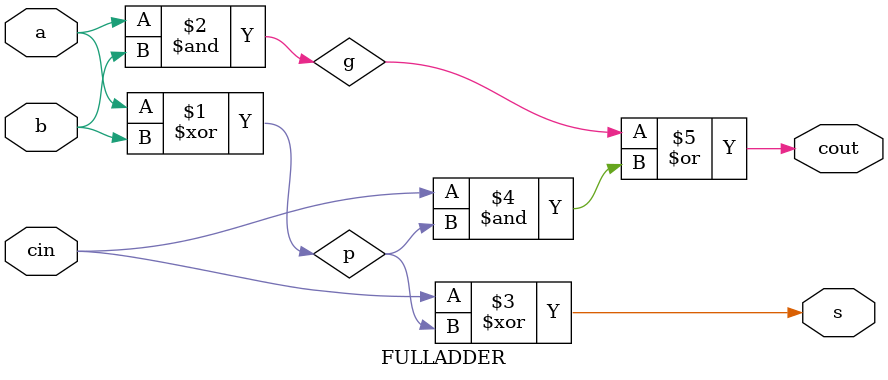
<source format=sv>
`timescale 100ns / 1ps


module FULLADDER(
    input logic a, b, cin,
    output logic s, cout
    );
    
    logic p, g; 
    
    assign p = a ^ b;
    assign g = a & b;
    
    assign s = cin ^ p;
    assign cout = g | (cin & p);
    

endmodule

</source>
